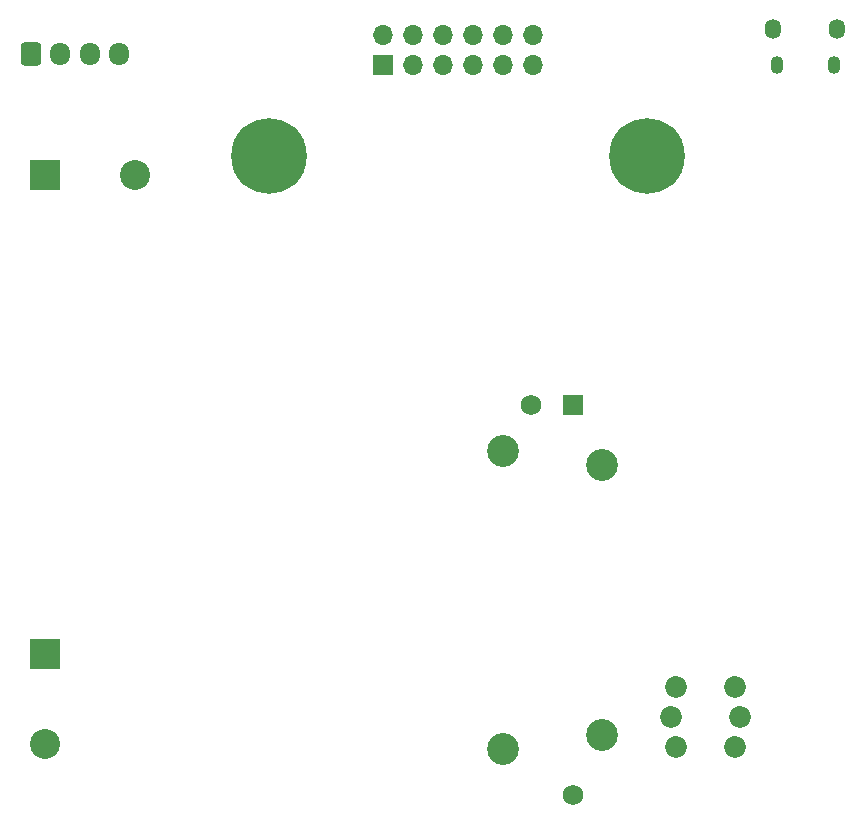
<source format=gbs>
G04 #@! TF.GenerationSoftware,KiCad,Pcbnew,(6.0.9)*
G04 #@! TF.CreationDate,2023-01-29T21:25:14-08:00*
G04 #@! TF.ProjectId,RadarPanelController,52616461-7250-4616-9e65-6c436f6e7472,REV1*
G04 #@! TF.SameCoordinates,Original*
G04 #@! TF.FileFunction,Soldermask,Bot*
G04 #@! TF.FilePolarity,Negative*
%FSLAX46Y46*%
G04 Gerber Fmt 4.6, Leading zero omitted, Abs format (unit mm)*
G04 Created by KiCad (PCBNEW (6.0.9)) date 2023-01-29 21:25:14*
%MOMM*%
%LPD*%
G01*
G04 APERTURE LIST*
G04 Aperture macros list*
%AMRoundRect*
0 Rectangle with rounded corners*
0 $1 Rounding radius*
0 $2 $3 $4 $5 $6 $7 $8 $9 X,Y pos of 4 corners*
0 Add a 4 corners polygon primitive as box body*
4,1,4,$2,$3,$4,$5,$6,$7,$8,$9,$2,$3,0*
0 Add four circle primitives for the rounded corners*
1,1,$1+$1,$2,$3*
1,1,$1+$1,$4,$5*
1,1,$1+$1,$6,$7*
1,1,$1+$1,$8,$9*
0 Add four rect primitives between the rounded corners*
20,1,$1+$1,$2,$3,$4,$5,0*
20,1,$1+$1,$4,$5,$6,$7,0*
20,1,$1+$1,$6,$7,$8,$9,0*
20,1,$1+$1,$8,$9,$2,$3,0*%
G04 Aperture macros list end*
%ADD10RoundRect,0.250000X-0.600000X-0.725000X0.600000X-0.725000X0.600000X0.725000X-0.600000X0.725000X0*%
%ADD11O,1.700000X1.950000*%
%ADD12R,1.700000X1.700000*%
%ADD13O,1.700000X1.700000*%
%ADD14C,0.800000*%
%ADD15C,6.400000*%
%ADD16R,1.750000X1.750000*%
%ADD17C,1.750000*%
%ADD18C,2.700000*%
%ADD19C,1.850000*%
%ADD20R,2.540000X2.540000*%
%ADD21C,2.540000*%
%ADD22O,1.350000X1.700000*%
%ADD23O,1.100000X1.500000*%
G04 APERTURE END LIST*
D10*
X33850000Y-33875000D03*
D11*
X36350000Y-33875000D03*
X38850000Y-33875000D03*
X41350000Y-33875000D03*
D12*
X63650000Y-34775000D03*
D13*
X63650000Y-32235000D03*
X66190000Y-34775000D03*
X66190000Y-32235000D03*
X68730000Y-34775000D03*
X68730000Y-32235000D03*
X71270000Y-34775000D03*
X71270000Y-32235000D03*
X73810000Y-34775000D03*
X73810000Y-32235000D03*
X76350000Y-34775000D03*
X76350000Y-32235000D03*
D14*
X54000000Y-44900000D03*
X52302944Y-44197056D03*
X54000000Y-40100000D03*
X55697056Y-40802944D03*
X51600000Y-42500000D03*
X55697056Y-44197056D03*
X52302944Y-40802944D03*
D15*
X54000000Y-42500000D03*
D14*
X56400000Y-42500000D03*
D16*
X79750000Y-63605000D03*
D17*
X76250000Y-63605000D03*
X79750000Y-96605000D03*
D18*
X82200000Y-91505000D03*
X73800000Y-92705000D03*
X73800000Y-67505000D03*
X82200000Y-68705000D03*
D19*
X93500000Y-92500000D03*
X88500000Y-92500000D03*
X93500000Y-87500000D03*
X88500000Y-87500000D03*
X93900000Y-90000000D03*
X88100000Y-90000000D03*
D20*
X35050000Y-84690000D03*
D21*
X35050000Y-92310000D03*
D14*
X84302944Y-40802944D03*
X84302944Y-44197056D03*
X86000000Y-40100000D03*
X88400000Y-42500000D03*
X87697056Y-44197056D03*
X83600000Y-42500000D03*
D15*
X86000000Y-42500000D03*
D14*
X87697056Y-40802944D03*
X86000000Y-44900000D03*
D20*
X35090000Y-44150000D03*
D21*
X42710000Y-44150000D03*
D22*
X102155000Y-31785000D03*
X96695000Y-31785000D03*
D23*
X97005000Y-34785000D03*
X101845000Y-34785000D03*
M02*

</source>
